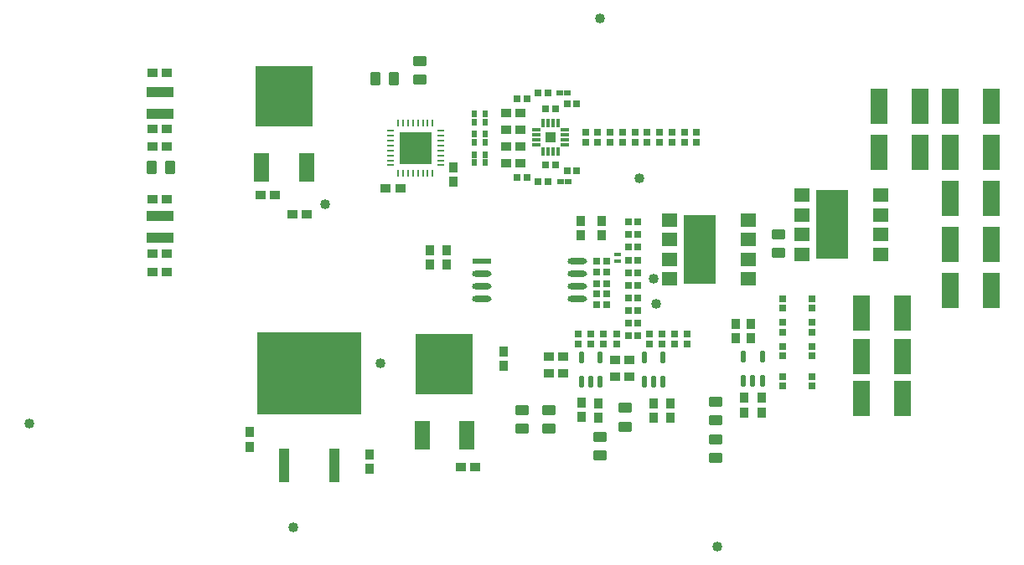
<source format=gtp>
G04*
G04 #@! TF.GenerationSoftware,Altium Limited,Altium Designer,22.0.2 (36)*
G04*
G04 Layer_Color=65280*
%FSLAX44Y44*%
%MOMM*%
G71*
G04*
G04 #@! TF.SameCoordinates,A00C5D83-CF48-4284-9485-F4BE2AF80D81*
G04*
G04*
G04 #@! TF.FilePolarity,Positive*
G04*
G01*
G75*
%ADD17R,1.0160X3.5052*%
%ADD18R,10.4900X8.3800*%
%ADD19R,0.9582X1.0065*%
%ADD20R,1.0065X0.9582*%
%ADD21R,0.5725X0.6654*%
%ADD22R,1.8032X3.6042*%
%ADD23O,0.8000X0.2000*%
%ADD24R,1.6000X3.0000*%
%ADD25R,5.8000X6.2000*%
G04:AMPARAMS|DCode=26|XSize=0.86mm|YSize=0.26mm|CornerRadius=0.0325mm|HoleSize=0mm|Usage=FLASHONLY|Rotation=270.000|XOffset=0mm|YOffset=0mm|HoleType=Round|Shape=RoundedRectangle|*
%AMROUNDEDRECTD26*
21,1,0.8600,0.1950,0,0,270.0*
21,1,0.7950,0.2600,0,0,270.0*
1,1,0.0650,-0.0975,-0.3975*
1,1,0.0650,-0.0975,0.3975*
1,1,0.0650,0.0975,0.3975*
1,1,0.0650,0.0975,-0.3975*
%
%ADD26ROUNDEDRECTD26*%
%ADD27R,0.6500X0.6500*%
G04:AMPARAMS|DCode=28|XSize=0.86mm|YSize=0.26mm|CornerRadius=0.0325mm|HoleSize=0mm|Usage=FLASHONLY|Rotation=0.000|XOffset=0mm|YOffset=0mm|HoleType=Round|Shape=RoundedRectangle|*
%AMROUNDEDRECTD28*
21,1,0.8600,0.1950,0,0,0.0*
21,1,0.7950,0.2600,0,0,0.0*
1,1,0.0650,0.3975,-0.0975*
1,1,0.0650,-0.3975,-0.0975*
1,1,0.0650,-0.3975,0.0975*
1,1,0.0650,0.3975,0.0975*
%
%ADD28ROUNDEDRECTD28*%
%ADD29O,0.2000X0.8000*%
%ADD30R,1.6500X1.3500*%
%ADD31R,3.2000X7.0000*%
G04:AMPARAMS|DCode=32|XSize=1mm|YSize=1.42mm|CornerRadius=0.125mm|HoleSize=0mm|Usage=FLASHONLY|Rotation=90.000|XOffset=0mm|YOffset=0mm|HoleType=Round|Shape=RoundedRectangle|*
%AMROUNDEDRECTD32*
21,1,1.0000,1.1700,0,0,90.0*
21,1,0.7500,1.4200,0,0,90.0*
1,1,0.2500,0.5850,0.3750*
1,1,0.2500,0.5850,-0.3750*
1,1,0.2500,-0.5850,-0.3750*
1,1,0.2500,-0.5850,0.3750*
%
%ADD32ROUNDEDRECTD32*%
%ADD33R,0.6500X0.6500*%
G04:AMPARAMS|DCode=34|XSize=1.21mm|YSize=0.59mm|CornerRadius=0.1475mm|HoleSize=0mm|Usage=FLASHONLY|Rotation=90.000|XOffset=0mm|YOffset=0mm|HoleType=Round|Shape=RoundedRectangle|*
%AMROUNDEDRECTD34*
21,1,1.2100,0.2950,0,0,90.0*
21,1,0.9150,0.5900,0,0,90.0*
1,1,0.2950,0.1475,0.4575*
1,1,0.2950,0.1475,-0.4575*
1,1,0.2950,-0.1475,-0.4575*
1,1,0.2950,-0.1475,0.4575*
%
%ADD34ROUNDEDRECTD34*%
%ADD35R,2.7000X1.0000*%
G04:AMPARAMS|DCode=36|XSize=1mm|YSize=1.42mm|CornerRadius=0.125mm|HoleSize=0mm|Usage=FLASHONLY|Rotation=0.000|XOffset=0mm|YOffset=0mm|HoleType=Round|Shape=RoundedRectangle|*
%AMROUNDEDRECTD36*
21,1,1.0000,1.1700,0,0,0.0*
21,1,0.7500,1.4200,0,0,0.0*
1,1,0.2500,0.3750,-0.5850*
1,1,0.2500,-0.3750,-0.5850*
1,1,0.2500,-0.3750,0.5850*
1,1,0.2500,0.3750,0.5850*
%
%ADD36ROUNDEDRECTD36*%
%ADD37R,3.3000X3.3000*%
%ADD38R,0.6654X0.5725*%
%ADD39C,1.0160*%
%ADD40R,1.9551X0.6221*%
G04:AMPARAMS|DCode=41|XSize=1.9551mm|YSize=0.6221mm|CornerRadius=0.3111mm|HoleSize=0mm|Usage=FLASHONLY|Rotation=0.000|XOffset=0mm|YOffset=0mm|HoleType=Round|Shape=RoundedRectangle|*
%AMROUNDEDRECTD41*
21,1,1.9551,0.0000,0,0,0.0*
21,1,1.3329,0.6221,0,0,0.0*
1,1,0.6221,0.6665,0.0000*
1,1,0.6221,-0.6665,0.0000*
1,1,0.6221,-0.6665,0.0000*
1,1,0.6221,0.6665,0.0000*
%
%ADD41ROUNDEDRECTD41*%
%ADD42R,0.7112X0.3937*%
G36*
X526320Y378517D02*
Y389117D01*
X536920D01*
Y378517D01*
X526320D01*
D02*
G37*
D17*
X312800Y52250D02*
D03*
X262000D02*
D03*
D18*
X287400Y144960D02*
D03*
D19*
X426500Y255242D02*
D03*
Y269759D02*
D03*
X409750Y255242D02*
D03*
Y269759D02*
D03*
X227500Y85509D02*
D03*
Y70992D02*
D03*
X433598Y339115D02*
D03*
Y353632D02*
D03*
X563250Y115283D02*
D03*
Y100765D02*
D03*
X580250Y115033D02*
D03*
Y100515D02*
D03*
X718940Y195179D02*
D03*
Y180662D02*
D03*
X734180Y195179D02*
D03*
Y180662D02*
D03*
X744830Y105732D02*
D03*
Y120249D02*
D03*
X727050Y105732D02*
D03*
Y120249D02*
D03*
X652500Y99991D02*
D03*
Y114508D02*
D03*
X635750Y99991D02*
D03*
Y114508D02*
D03*
X484500Y152515D02*
D03*
Y167033D02*
D03*
X349000Y48787D02*
D03*
Y63304D02*
D03*
X583250Y299008D02*
D03*
Y284491D02*
D03*
X561750Y299008D02*
D03*
Y284491D02*
D03*
D20*
X486582Y391674D02*
D03*
X501099D02*
D03*
X270968Y306000D02*
D03*
X285485D02*
D03*
X238491Y325250D02*
D03*
X253008D02*
D03*
X611009Y141750D02*
D03*
X596492D02*
D03*
X611250Y158500D02*
D03*
X596733D02*
D03*
X544530Y161750D02*
D03*
X530013D02*
D03*
X544508Y145000D02*
D03*
X529991D02*
D03*
X441242Y50750D02*
D03*
X455759D02*
D03*
X143758Y247500D02*
D03*
X129241D02*
D03*
X143758Y266250D02*
D03*
X129241D02*
D03*
Y321000D02*
D03*
X143758D02*
D03*
Y374750D02*
D03*
X129241D02*
D03*
X143758Y392250D02*
D03*
X129241D02*
D03*
X143758Y449250D02*
D03*
X129241D02*
D03*
X365180Y332398D02*
D03*
X379697D02*
D03*
X486582Y408726D02*
D03*
X501099D02*
D03*
Y357709D02*
D03*
X486582D02*
D03*
Y374959D02*
D03*
X501099D02*
D03*
D21*
X454591Y358335D02*
D03*
Y366406D02*
D03*
X465703Y399544D02*
D03*
Y407615D02*
D03*
Y358335D02*
D03*
Y366406D02*
D03*
X454591Y387109D02*
D03*
Y379038D02*
D03*
X465703Y387109D02*
D03*
Y379038D02*
D03*
X454591Y407615D02*
D03*
Y399544D02*
D03*
D22*
X845995Y161750D02*
D03*
X846000Y205750D02*
D03*
X887010D02*
D03*
X935540Y368950D02*
D03*
X976551D02*
D03*
X887005Y119942D02*
D03*
X845995D02*
D03*
X935540Y229300D02*
D03*
X976550D02*
D03*
X935540Y275850D02*
D03*
X976551D02*
D03*
X935540Y322400D02*
D03*
X976551D02*
D03*
X904755Y368950D02*
D03*
X863745D02*
D03*
X904755Y415500D02*
D03*
X863745D02*
D03*
X935540Y415500D02*
D03*
X976551D02*
D03*
X887005Y161750D02*
D03*
D23*
X420556Y380639D02*
D03*
Y385639D02*
D03*
X369556Y355639D02*
D03*
Y390639D02*
D03*
Y385639D02*
D03*
Y380639D02*
D03*
Y375639D02*
D03*
Y370639D02*
D03*
Y365639D02*
D03*
Y360639D02*
D03*
X420556Y355639D02*
D03*
Y360639D02*
D03*
Y365639D02*
D03*
Y370639D02*
D03*
Y375639D02*
D03*
Y390639D02*
D03*
D24*
X285250Y353750D02*
D03*
X239650D02*
D03*
X447300Y82700D02*
D03*
X401700D02*
D03*
D25*
X262450Y425550D02*
D03*
X424500Y154500D02*
D03*
D26*
X529121Y369467D02*
D03*
X539120D02*
D03*
X534120D02*
D03*
X524120D02*
D03*
X529121Y398167D02*
D03*
X534120D02*
D03*
X539120D02*
D03*
X524120D02*
D03*
D27*
X497590Y343517D02*
D03*
X526711Y355867D02*
D03*
X507590Y423000D02*
D03*
X497590D02*
D03*
X548220Y417500D02*
D03*
X558220D02*
D03*
X528971Y428500D02*
D03*
X518971D02*
D03*
X536711Y355867D02*
D03*
X507590Y343517D02*
D03*
X528721Y339250D02*
D03*
X518720D02*
D03*
X548220Y350000D02*
D03*
X558220D02*
D03*
X610020Y298240D02*
D03*
X620020D02*
D03*
X610020Y183090D02*
D03*
X620020D02*
D03*
X588460Y226020D02*
D03*
X578460D02*
D03*
X588460Y236180D02*
D03*
X578460D02*
D03*
X620020Y221473D02*
D03*
X610020D02*
D03*
X620020Y234268D02*
D03*
X610020D02*
D03*
X620020Y259857D02*
D03*
X610020D02*
D03*
X620020Y247062D02*
D03*
X610020D02*
D03*
X620020Y285446D02*
D03*
X610020D02*
D03*
X620020Y272651D02*
D03*
X610020D02*
D03*
X620020Y208679D02*
D03*
X610020D02*
D03*
X620020Y195885D02*
D03*
X610020D02*
D03*
X588460Y247610D02*
D03*
X578460D02*
D03*
X588540Y214590D02*
D03*
X578540D02*
D03*
X588540Y259040D02*
D03*
X578540D02*
D03*
X536621Y413017D02*
D03*
X526621D02*
D03*
D28*
X517270Y381317D02*
D03*
X545970Y391317D02*
D03*
Y386317D02*
D03*
Y381317D02*
D03*
Y376317D02*
D03*
X517270D02*
D03*
Y391317D02*
D03*
Y386317D02*
D03*
D29*
X377556Y347639D02*
D03*
X382556D02*
D03*
X387556D02*
D03*
X412556Y398639D02*
D03*
X407556D02*
D03*
X402556D02*
D03*
X397556D02*
D03*
X392556D02*
D03*
X387556D02*
D03*
X382556D02*
D03*
X377556D02*
D03*
X392556Y347639D02*
D03*
X397556D02*
D03*
X402556D02*
D03*
X407556D02*
D03*
X412556D02*
D03*
D30*
X731240Y300470D02*
D03*
Y240470D02*
D03*
X651740D02*
D03*
Y300470D02*
D03*
X731240Y280470D02*
D03*
Y260470D02*
D03*
X651740Y280470D02*
D03*
Y260470D02*
D03*
X865000Y325500D02*
D03*
Y265500D02*
D03*
X785500D02*
D03*
Y325500D02*
D03*
X865000Y305500D02*
D03*
Y285500D02*
D03*
X785500Y305500D02*
D03*
Y285500D02*
D03*
D31*
X682390Y270470D02*
D03*
X816150Y295500D02*
D03*
D32*
X502750Y107600D02*
D03*
Y88900D02*
D03*
X530250D02*
D03*
Y107600D02*
D03*
X581500Y80600D02*
D03*
Y61900D02*
D03*
X607000Y110100D02*
D03*
Y91400D02*
D03*
X698000Y59500D02*
D03*
Y78200D02*
D03*
Y97900D02*
D03*
Y116600D02*
D03*
X762000Y267400D02*
D03*
Y286100D02*
D03*
X399598Y442032D02*
D03*
Y460732D02*
D03*
D33*
X631500Y185000D02*
D03*
Y175000D02*
D03*
X644250Y185000D02*
D03*
Y175000D02*
D03*
X657000D02*
D03*
Y185000D02*
D03*
X669750Y175000D02*
D03*
Y185000D02*
D03*
X795630Y210860D02*
D03*
Y220860D02*
D03*
Y186730D02*
D03*
Y196730D02*
D03*
X766420Y186730D02*
D03*
Y196730D02*
D03*
Y162600D02*
D03*
Y172600D02*
D03*
X795630Y162600D02*
D03*
Y172600D02*
D03*
Y132120D02*
D03*
Y142120D02*
D03*
X766420D02*
D03*
Y132120D02*
D03*
X598250Y175000D02*
D03*
Y185000D02*
D03*
X585250D02*
D03*
Y175000D02*
D03*
X572250D02*
D03*
Y185000D02*
D03*
X559250Y175000D02*
D03*
Y185000D02*
D03*
X654213Y388750D02*
D03*
Y378750D02*
D03*
X604243Y388750D02*
D03*
Y378750D02*
D03*
X579258Y388750D02*
D03*
Y378750D02*
D03*
X629228Y388750D02*
D03*
Y378750D02*
D03*
X641721Y388750D02*
D03*
Y378750D02*
D03*
X666706Y388750D02*
D03*
Y378750D02*
D03*
X679199D02*
D03*
Y388750D02*
D03*
X566765D02*
D03*
Y378750D02*
D03*
X616735D02*
D03*
Y388750D02*
D03*
X591750Y378750D02*
D03*
Y388750D02*
D03*
X766420Y210860D02*
D03*
Y220860D02*
D03*
D34*
X726440Y137270D02*
D03*
X735940D02*
D03*
X745440D02*
D03*
Y162370D02*
D03*
X726440D02*
D03*
X626250Y161550D02*
D03*
X645250D02*
D03*
Y136450D02*
D03*
X635750D02*
D03*
X626250D02*
D03*
X562750Y161550D02*
D03*
X581750D02*
D03*
Y136450D02*
D03*
X572250D02*
D03*
X562750D02*
D03*
D35*
X136959Y304500D02*
D03*
Y282500D02*
D03*
Y429250D02*
D03*
Y407250D02*
D03*
D36*
X128650Y353750D02*
D03*
X147350D02*
D03*
X354748Y443632D02*
D03*
X373448D02*
D03*
D37*
X395056Y373139D02*
D03*
D38*
X540685Y428750D02*
D03*
X548756D02*
D03*
X541364Y339000D02*
D03*
X549435D02*
D03*
D39*
X581500Y504500D02*
D03*
X638250Y215750D02*
D03*
X635782Y240665D02*
D03*
X272000Y-11000D02*
D03*
X360000Y155250D02*
D03*
X621500Y342500D02*
D03*
X700460Y-30000D02*
D03*
X5080Y94750D02*
D03*
X304000Y316000D02*
D03*
D40*
X461768Y258620D02*
D03*
D41*
Y245920D02*
D03*
Y233220D02*
D03*
Y220520D02*
D03*
X558380D02*
D03*
Y233220D02*
D03*
Y245920D02*
D03*
Y258620D02*
D03*
D42*
X599250Y265742D02*
D03*
Y258757D02*
D03*
M02*

</source>
